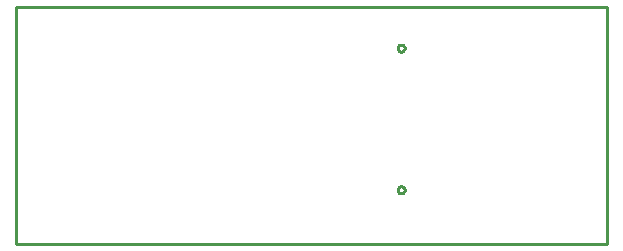
<source format=gbr>
G04 EAGLE Gerber RS-274X export*
G75*
%MOMM*%
%FSLAX34Y34*%
%LPD*%
%IN*%
%IPPOS*%
%AMOC8*
5,1,8,0,0,1.08239X$1,22.5*%
G01*
%ADD10C,0.254000*%


D10*
X0Y0D02*
X500000Y0D01*
X500000Y200000D01*
X0Y200000D01*
X0Y0D01*
X326016Y162440D02*
X326483Y162514D01*
X326932Y162660D01*
X327352Y162874D01*
X327734Y163152D01*
X328068Y163486D01*
X328346Y163868D01*
X328560Y164288D01*
X328706Y164738D01*
X328780Y165204D01*
X328780Y165676D01*
X328706Y166143D01*
X328560Y166592D01*
X328346Y167012D01*
X328068Y167394D01*
X327734Y167728D01*
X327352Y168006D01*
X326932Y168220D01*
X326483Y168366D01*
X326016Y168440D01*
X325544Y168440D01*
X325078Y168366D01*
X324628Y168220D01*
X324208Y168006D01*
X323826Y167728D01*
X323492Y167394D01*
X323214Y167012D01*
X323000Y166592D01*
X322854Y166143D01*
X322780Y165676D01*
X322780Y165204D01*
X322854Y164738D01*
X323000Y164288D01*
X323214Y163868D01*
X323492Y163486D01*
X323826Y163152D01*
X324208Y162874D01*
X324628Y162660D01*
X325078Y162514D01*
X325544Y162440D01*
X326016Y162440D01*
X326016Y42440D02*
X326483Y42514D01*
X326932Y42660D01*
X327352Y42874D01*
X327734Y43152D01*
X328068Y43486D01*
X328346Y43868D01*
X328560Y44288D01*
X328706Y44738D01*
X328780Y45204D01*
X328780Y45676D01*
X328706Y46143D01*
X328560Y46592D01*
X328346Y47012D01*
X328068Y47394D01*
X327734Y47728D01*
X327352Y48006D01*
X326932Y48220D01*
X326483Y48366D01*
X326016Y48440D01*
X325544Y48440D01*
X325078Y48366D01*
X324628Y48220D01*
X324208Y48006D01*
X323826Y47728D01*
X323492Y47394D01*
X323214Y47012D01*
X323000Y46592D01*
X322854Y46143D01*
X322780Y45676D01*
X322780Y45204D01*
X322854Y44738D01*
X323000Y44288D01*
X323214Y43868D01*
X323492Y43486D01*
X323826Y43152D01*
X324208Y42874D01*
X324628Y42660D01*
X325078Y42514D01*
X325544Y42440D01*
X326016Y42440D01*
M02*

</source>
